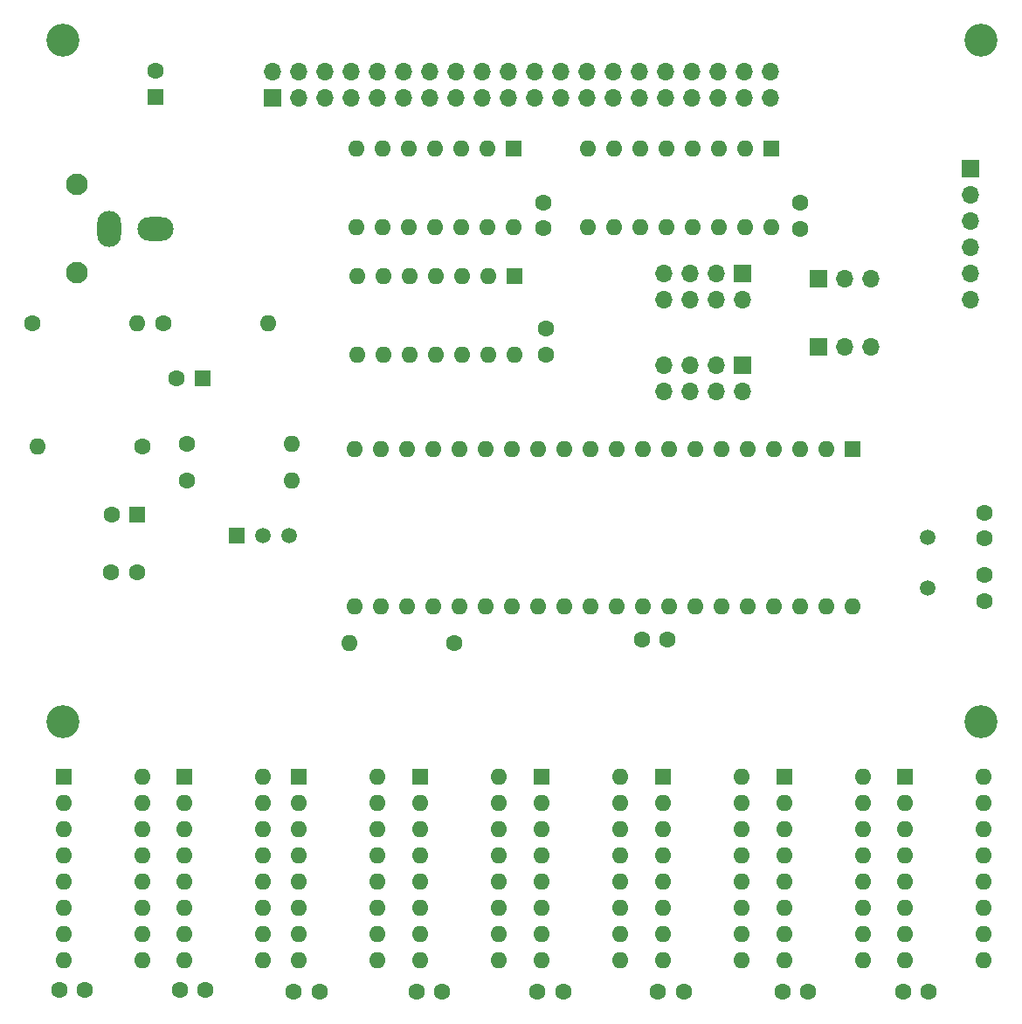
<source format=gts>
G04 #@! TF.GenerationSoftware,KiCad,Pcbnew,7.0.9*
G04 #@! TF.CreationDate,2024-01-01T17:34:43+09:00*
G04 #@! TF.ProjectId,KZ80-TMS9918A-DRAM-1bit,4b5a3830-2d54-44d5-9339-393138412d44,rev?*
G04 #@! TF.SameCoordinates,PX3ef1480PY94c5f00*
G04 #@! TF.FileFunction,Soldermask,Top*
G04 #@! TF.FilePolarity,Negative*
%FSLAX46Y46*%
G04 Gerber Fmt 4.6, Leading zero omitted, Abs format (unit mm)*
G04 Created by KiCad (PCBNEW 7.0.9) date 2024-01-01 17:34:43*
%MOMM*%
%LPD*%
G01*
G04 APERTURE LIST*
%ADD10C,3.200000*%
%ADD11R,1.700000X1.700000*%
%ADD12O,1.700000X1.700000*%
%ADD13R,1.600000X1.600000*%
%ADD14O,1.600000X1.600000*%
%ADD15C,1.600000*%
%ADD16R,1.500000X1.500000*%
%ADD17C,1.500000*%
%ADD18C,2.100000*%
%ADD19O,3.500000X2.300000*%
%ADD20O,2.300000X3.500000*%
G04 APERTURE END LIST*
D10*
X5500000Y95500000D03*
D11*
X78780000Y72434000D03*
D12*
X81320000Y72434000D03*
X83860000Y72434000D03*
D13*
X75412000Y24174000D03*
D14*
X75412000Y21634000D03*
X75412000Y19094000D03*
X75412000Y16554000D03*
X75412000Y14014000D03*
X75412000Y11474000D03*
X75412000Y8934000D03*
X75412000Y6394000D03*
X83032000Y6394000D03*
X83032000Y8934000D03*
X83032000Y11474000D03*
X83032000Y14014000D03*
X83032000Y16554000D03*
X83032000Y19094000D03*
X83032000Y21634000D03*
X83032000Y24174000D03*
D15*
X15280000Y68116000D03*
D14*
X25440000Y68116000D03*
D15*
X2580000Y68116000D03*
D14*
X12740000Y68116000D03*
D11*
X71414000Y64052000D03*
D12*
X71414000Y61512000D03*
X68874000Y64052000D03*
X68874000Y61512000D03*
X66334000Y64052000D03*
X66334000Y61512000D03*
X63794000Y64052000D03*
X63794000Y61512000D03*
D15*
X77002000Y77260000D03*
X77002000Y79760000D03*
D13*
X63662000Y24174000D03*
D14*
X63662000Y21634000D03*
X63662000Y19094000D03*
X63662000Y16554000D03*
X63662000Y14014000D03*
X63662000Y11474000D03*
X63662000Y8934000D03*
X63662000Y6394000D03*
X71282000Y6394000D03*
X71282000Y8934000D03*
X71282000Y11474000D03*
X71282000Y14014000D03*
X71282000Y16554000D03*
X71282000Y19094000D03*
X71282000Y21634000D03*
X71282000Y24174000D03*
D16*
X22392000Y47542000D03*
D17*
X24932000Y47542000D03*
X27472000Y47542000D03*
D11*
X93512000Y83102000D03*
D12*
X93512000Y80562000D03*
X93512000Y78022000D03*
X93512000Y75482000D03*
X93512000Y72942000D03*
X93512000Y70402000D03*
D18*
X6868000Y73010000D03*
X6868000Y81510000D03*
D19*
X14518000Y77260000D03*
D20*
X10018000Y77260000D03*
D13*
X82080000Y55924000D03*
D14*
X79540000Y55924000D03*
X77000000Y55924000D03*
X74460000Y55924000D03*
X71920000Y55924000D03*
X69380000Y55924000D03*
X66840000Y55924000D03*
X64300000Y55924000D03*
X61760000Y55924000D03*
X59220000Y55924000D03*
X56680000Y55924000D03*
X54140000Y55924000D03*
X51600000Y55924000D03*
X49060000Y55924000D03*
X46520000Y55924000D03*
X43980000Y55924000D03*
X41440000Y55924000D03*
X38900000Y55924000D03*
X36360000Y55924000D03*
X33820000Y55924000D03*
X33820000Y40684000D03*
X36360000Y40684000D03*
X38900000Y40684000D03*
X41440000Y40684000D03*
X43980000Y40684000D03*
X46520000Y40684000D03*
X49060000Y40684000D03*
X51600000Y40684000D03*
X54140000Y40684000D03*
X56680000Y40684000D03*
X59220000Y40684000D03*
X61760000Y40684000D03*
X64300000Y40684000D03*
X66840000Y40684000D03*
X69380000Y40684000D03*
X71920000Y40684000D03*
X74460000Y40684000D03*
X77000000Y40684000D03*
X79540000Y40684000D03*
X82080000Y40684000D03*
D17*
X89379000Y47307000D03*
X89379000Y42427000D03*
D13*
X17312000Y24174000D03*
D14*
X17312000Y21634000D03*
X17312000Y19094000D03*
X17312000Y16554000D03*
X17312000Y14014000D03*
X17312000Y11474000D03*
X17312000Y8934000D03*
X17312000Y6394000D03*
X24932000Y6394000D03*
X24932000Y8934000D03*
X24932000Y11474000D03*
X24932000Y14014000D03*
X24932000Y16554000D03*
X24932000Y19094000D03*
X24932000Y21634000D03*
X24932000Y24174000D03*
D13*
X40162000Y24174000D03*
D14*
X40162000Y21634000D03*
X40162000Y19094000D03*
X40162000Y16554000D03*
X40162000Y14014000D03*
X40162000Y11474000D03*
X40162000Y8934000D03*
X40162000Y6394000D03*
X47782000Y6394000D03*
X47782000Y8934000D03*
X47782000Y11474000D03*
X47782000Y14014000D03*
X47782000Y16554000D03*
X47782000Y19094000D03*
X47782000Y21634000D03*
X47782000Y24174000D03*
D13*
X19025100Y62782000D03*
D15*
X16525100Y62782000D03*
X52110000Y77280000D03*
X52110000Y79780000D03*
X12700000Y43986000D03*
X10200000Y43986000D03*
X94880000Y41174000D03*
X94880000Y43674000D03*
D13*
X87162000Y24174000D03*
D14*
X87162000Y21634000D03*
X87162000Y19094000D03*
X87162000Y16554000D03*
X87162000Y14014000D03*
X87162000Y11474000D03*
X87162000Y8934000D03*
X87162000Y6394000D03*
X94782000Y6394000D03*
X94782000Y8934000D03*
X94782000Y11474000D03*
X94782000Y14014000D03*
X94782000Y16554000D03*
X94782000Y19094000D03*
X94782000Y21634000D03*
X94782000Y24174000D03*
D15*
X53995000Y3346000D03*
X51495000Y3346000D03*
D10*
X5500000Y29500000D03*
X94500000Y95500000D03*
D13*
X49316000Y72688000D03*
D14*
X46776000Y72688000D03*
X44236000Y72688000D03*
X41696000Y72688000D03*
X39156000Y72688000D03*
X36616000Y72688000D03*
X34076000Y72688000D03*
X34076000Y65068000D03*
X36616000Y65068000D03*
X39156000Y65068000D03*
X41696000Y65068000D03*
X44236000Y65068000D03*
X46776000Y65068000D03*
X49316000Y65068000D03*
D15*
X89448000Y3346000D03*
X86948000Y3346000D03*
X30393000Y3346000D03*
X27893000Y3346000D03*
X42291000Y3346000D03*
X39791000Y3346000D03*
X17566000Y52876000D03*
D14*
X27726000Y52876000D03*
D11*
X25800000Y89960000D03*
D12*
X25800000Y92500000D03*
X28340000Y89960000D03*
X28340000Y92500000D03*
X30880000Y89960000D03*
X30880000Y92500000D03*
X33420000Y89960000D03*
X33420000Y92500000D03*
X35960000Y89960000D03*
X35960000Y92500000D03*
X38500000Y89960000D03*
X38500000Y92500000D03*
X41040000Y89960000D03*
X41040000Y92500000D03*
X43580000Y89960000D03*
X43580000Y92500000D03*
X46120000Y89960000D03*
X46120000Y92500000D03*
X48660000Y89960000D03*
X48660000Y92500000D03*
X51200000Y89960000D03*
X51200000Y92500000D03*
X53740000Y89960000D03*
X53740000Y92500000D03*
X56280000Y89960000D03*
X56280000Y92500000D03*
X58820000Y89960000D03*
X58820000Y92500000D03*
X61360000Y89960000D03*
X61360000Y92500000D03*
X63900000Y89960000D03*
X63900000Y92500000D03*
X66440000Y89960000D03*
X66440000Y92500000D03*
X68980000Y89960000D03*
X68980000Y92500000D03*
X71520000Y89960000D03*
X71520000Y92500000D03*
X74060000Y89960000D03*
X74060000Y92500000D03*
D15*
X94880000Y49723000D03*
X94880000Y47223000D03*
X19324000Y3473000D03*
X16824000Y3473000D03*
D13*
X51912000Y24174000D03*
D14*
X51912000Y21634000D03*
X51912000Y19094000D03*
X51912000Y16554000D03*
X51912000Y14014000D03*
X51912000Y11474000D03*
X51912000Y8934000D03*
X51912000Y6394000D03*
X59532000Y6394000D03*
X59532000Y8934000D03*
X59532000Y11474000D03*
X59532000Y14014000D03*
X59532000Y16554000D03*
X59532000Y19094000D03*
X59532000Y21634000D03*
X59532000Y24174000D03*
D15*
X65679000Y3346000D03*
X63179000Y3346000D03*
D13*
X12740000Y49574000D03*
D15*
X10240000Y49574000D03*
D13*
X5562000Y24174000D03*
D14*
X5562000Y21634000D03*
X5562000Y19094000D03*
X5562000Y16554000D03*
X5562000Y14014000D03*
X5562000Y11474000D03*
X5562000Y8934000D03*
X5562000Y6394000D03*
X13182000Y6394000D03*
X13182000Y8934000D03*
X13182000Y11474000D03*
X13182000Y14014000D03*
X13182000Y16554000D03*
X13182000Y19094000D03*
X13182000Y21634000D03*
X13182000Y24174000D03*
D15*
X52364000Y65068000D03*
X52364000Y67568000D03*
X13248000Y56178000D03*
D14*
X3088000Y56178000D03*
D13*
X74200000Y85000000D03*
D14*
X71660000Y85000000D03*
X69120000Y85000000D03*
X66580000Y85000000D03*
X64040000Y85000000D03*
X61500000Y85000000D03*
X58960000Y85000000D03*
X56420000Y85000000D03*
X56420000Y77380000D03*
X58960000Y77380000D03*
X61500000Y77380000D03*
X64040000Y77380000D03*
X66580000Y77380000D03*
X69120000Y77380000D03*
X71660000Y77380000D03*
X74200000Y77380000D03*
D13*
X28412000Y24174000D03*
D14*
X28412000Y21634000D03*
X28412000Y19094000D03*
X28412000Y16554000D03*
X28412000Y14014000D03*
X28412000Y11474000D03*
X28412000Y8934000D03*
X28412000Y6394000D03*
X36032000Y6394000D03*
X36032000Y8934000D03*
X36032000Y11474000D03*
X36032000Y14014000D03*
X36032000Y16554000D03*
X36032000Y19094000D03*
X36032000Y21634000D03*
X36032000Y24174000D03*
D15*
X7640000Y3473000D03*
X5140000Y3473000D03*
D13*
X14518000Y90024900D03*
D15*
X14518000Y92524900D03*
D11*
X71414000Y72942000D03*
D12*
X71414000Y70402000D03*
X68874000Y72942000D03*
X68874000Y70402000D03*
X66334000Y72942000D03*
X66334000Y70402000D03*
X63794000Y72942000D03*
X63794000Y70402000D03*
D15*
X17566000Y56432000D03*
D14*
X27726000Y56432000D03*
D15*
X43474000Y37114000D03*
D14*
X33314000Y37114000D03*
D11*
X78780000Y65830000D03*
D12*
X81320000Y65830000D03*
X83860000Y65830000D03*
D10*
X94500000Y29500000D03*
D15*
X77764000Y3346000D03*
X75264000Y3346000D03*
D13*
X49200000Y85000000D03*
D14*
X46660000Y85000000D03*
X44120000Y85000000D03*
X41580000Y85000000D03*
X39040000Y85000000D03*
X36500000Y85000000D03*
X33960000Y85000000D03*
X33960000Y77380000D03*
X36500000Y77380000D03*
X39040000Y77380000D03*
X41580000Y77380000D03*
X44120000Y77380000D03*
X46660000Y77380000D03*
X49200000Y77380000D03*
D15*
X64130000Y37424000D03*
X61630000Y37424000D03*
M02*

</source>
